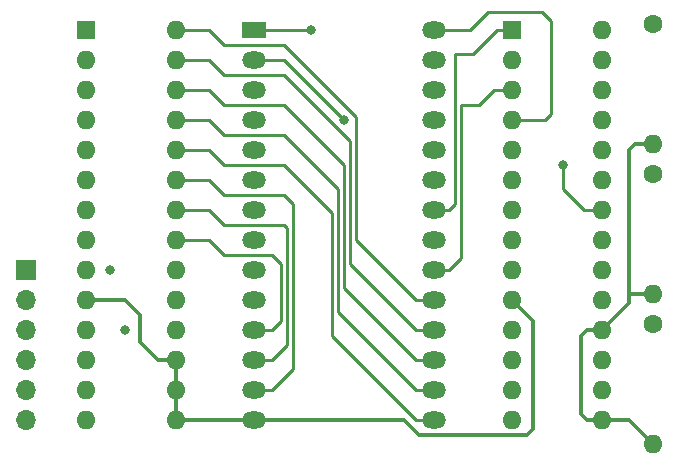
<source format=gbr>
G04 #@! TF.GenerationSoftware,KiCad,Pcbnew,(5.1.8)-1*
G04 #@! TF.CreationDate,2021-11-09T16:08:29-07:00*
G04 #@! TF.ProjectId,SPI 28c256,53504920-3238-4633-9235-362e6b696361,rev?*
G04 #@! TF.SameCoordinates,Original*
G04 #@! TF.FileFunction,Copper,L2,Bot*
G04 #@! TF.FilePolarity,Positive*
%FSLAX46Y46*%
G04 Gerber Fmt 4.6, Leading zero omitted, Abs format (unit mm)*
G04 Created by KiCad (PCBNEW (5.1.8)-1) date 2021-11-09 16:08:29*
%MOMM*%
%LPD*%
G01*
G04 APERTURE LIST*
G04 #@! TA.AperFunction,ComponentPad*
%ADD10O,1.700000X1.700000*%
G04 #@! TD*
G04 #@! TA.AperFunction,ComponentPad*
%ADD11R,1.700000X1.700000*%
G04 #@! TD*
G04 #@! TA.AperFunction,ComponentPad*
%ADD12O,1.600000X1.600000*%
G04 #@! TD*
G04 #@! TA.AperFunction,ComponentPad*
%ADD13R,1.600000X1.600000*%
G04 #@! TD*
G04 #@! TA.AperFunction,ComponentPad*
%ADD14C,1.600000*%
G04 #@! TD*
G04 #@! TA.AperFunction,ComponentPad*
%ADD15R,2.000000X1.440000*%
G04 #@! TD*
G04 #@! TA.AperFunction,ComponentPad*
%ADD16O,2.000000X1.440000*%
G04 #@! TD*
G04 #@! TA.AperFunction,ViaPad*
%ADD17C,0.800000*%
G04 #@! TD*
G04 #@! TA.AperFunction,Conductor*
%ADD18C,0.330200*%
G04 #@! TD*
G04 #@! TA.AperFunction,Conductor*
%ADD19C,0.250000*%
G04 #@! TD*
G04 APERTURE END LIST*
D10*
G04 #@! TO.P,J1,6*
G04 #@! TO.N,/SO*
X175768000Y-130302000D03*
G04 #@! TO.P,J1,5*
G04 #@! TO.N,/SI*
X175768000Y-127762000D03*
G04 #@! TO.P,J1,4*
G04 #@! TO.N,/SCK*
X175768000Y-125222000D03*
G04 #@! TO.P,J1,3*
G04 #@! TO.N,/CS*
X175768000Y-122682000D03*
G04 #@! TO.P,J1,2*
G04 #@! TO.N,/GND*
X175768000Y-120142000D03*
D11*
G04 #@! TO.P,J1,1*
G04 #@! TO.N,/5+*
X175768000Y-117602000D03*
G04 #@! TD*
D12*
G04 #@! TO.P,U0,28*
G04 #@! TO.N,/D7*
X188468000Y-97282000D03*
G04 #@! TO.P,U0,14*
G04 #@! TO.N,/SO*
X180848000Y-130302000D03*
G04 #@! TO.P,U0,27*
G04 #@! TO.N,/D6*
X188468000Y-99822000D03*
G04 #@! TO.P,U0,13*
G04 #@! TO.N,/SI*
X180848000Y-127762000D03*
G04 #@! TO.P,U0,26*
G04 #@! TO.N,/D5*
X188468000Y-102362000D03*
G04 #@! TO.P,U0,12*
G04 #@! TO.N,/SCK*
X180848000Y-125222000D03*
G04 #@! TO.P,U0,25*
G04 #@! TO.N,/D4*
X188468000Y-104902000D03*
G04 #@! TO.P,U0,11*
G04 #@! TO.N,/CS*
X180848000Y-122682000D03*
G04 #@! TO.P,U0,24*
G04 #@! TO.N,/D3*
X188468000Y-107442000D03*
G04 #@! TO.P,U0,10*
G04 #@! TO.N,/GND*
X180848000Y-120142000D03*
G04 #@! TO.P,U0,23*
G04 #@! TO.N,/D2*
X188468000Y-109982000D03*
G04 #@! TO.P,U0,9*
G04 #@! TO.N,/5+*
X180848000Y-117602000D03*
G04 #@! TO.P,U0,22*
G04 #@! TO.N,/D1*
X188468000Y-112522000D03*
G04 #@! TO.P,U0,8*
G04 #@! TO.N,/A7*
X180848000Y-115062000D03*
G04 #@! TO.P,U0,21*
G04 #@! TO.N,/D0*
X188468000Y-115062000D03*
G04 #@! TO.P,U0,7*
G04 #@! TO.N,/A6*
X180848000Y-112522000D03*
G04 #@! TO.P,U0,20*
G04 #@! TO.N,Net-(U0-Pad20)*
X188468000Y-117602000D03*
G04 #@! TO.P,U0,6*
G04 #@! TO.N,/A5*
X180848000Y-109982000D03*
G04 #@! TO.P,U0,19*
G04 #@! TO.N,Net-(U0-Pad19)*
X188468000Y-120142000D03*
G04 #@! TO.P,U0,5*
G04 #@! TO.N,/A4*
X180848000Y-107442000D03*
G04 #@! TO.P,U0,18*
G04 #@! TO.N,/5+*
X188468000Y-122682000D03*
G04 #@! TO.P,U0,4*
G04 #@! TO.N,/A3*
X180848000Y-104902000D03*
G04 #@! TO.P,U0,17*
G04 #@! TO.N,/GND*
X188468000Y-125222000D03*
G04 #@! TO.P,U0,3*
G04 #@! TO.N,/A2*
X180848000Y-102362000D03*
G04 #@! TO.P,U0,16*
G04 #@! TO.N,/GND*
X188468000Y-127762000D03*
G04 #@! TO.P,U0,2*
G04 #@! TO.N,/A1*
X180848000Y-99822000D03*
G04 #@! TO.P,U0,15*
G04 #@! TO.N,/GND*
X188468000Y-130302000D03*
D13*
G04 #@! TO.P,U0,1*
G04 #@! TO.N,/A0*
X180848000Y-97282000D03*
G04 #@! TD*
G04 #@! TO.P,U1,1*
G04 #@! TO.N,/RD*
X216916000Y-97282000D03*
D12*
G04 #@! TO.P,U1,15*
G04 #@! TO.N,/5+*
X224536000Y-130302000D03*
G04 #@! TO.P,U1,2*
G04 #@! TO.N,/WR*
X216916000Y-99822000D03*
G04 #@! TO.P,U1,16*
G04 #@! TO.N,/GND*
X224536000Y-127762000D03*
G04 #@! TO.P,U1,3*
G04 #@! TO.N,/CS_M*
X216916000Y-102362000D03*
G04 #@! TO.P,U1,17*
G04 #@! TO.N,/GND*
X224536000Y-125222000D03*
G04 #@! TO.P,U1,4*
G04 #@! TO.N,/POWER_EN*
X216916000Y-104902000D03*
G04 #@! TO.P,U1,18*
G04 #@! TO.N,/5+*
X224536000Y-122682000D03*
G04 #@! TO.P,U1,5*
G04 #@! TO.N,Net-(U1-Pad5)*
X216916000Y-107442000D03*
G04 #@! TO.P,U1,19*
G04 #@! TO.N,Net-(U1-Pad19)*
X224536000Y-120142000D03*
G04 #@! TO.P,U1,6*
G04 #@! TO.N,Net-(U1-Pad6)*
X216916000Y-109982000D03*
G04 #@! TO.P,U1,20*
G04 #@! TO.N,Net-(U1-Pad20)*
X224536000Y-117602000D03*
G04 #@! TO.P,U1,7*
G04 #@! TO.N,Net-(U1-Pad7)*
X216916000Y-112522000D03*
G04 #@! TO.P,U1,21*
G04 #@! TO.N,/A8*
X224536000Y-115062000D03*
G04 #@! TO.P,U1,8*
G04 #@! TO.N,Net-(U1-Pad8)*
X216916000Y-115062000D03*
G04 #@! TO.P,U1,22*
G04 #@! TO.N,/A9*
X224536000Y-112522000D03*
G04 #@! TO.P,U1,9*
G04 #@! TO.N,/5+*
X216916000Y-117602000D03*
G04 #@! TO.P,U1,23*
G04 #@! TO.N,/A10*
X224536000Y-109982000D03*
G04 #@! TO.P,U1,10*
G04 #@! TO.N,/GND*
X216916000Y-120142000D03*
G04 #@! TO.P,U1,24*
G04 #@! TO.N,/A11*
X224536000Y-107442000D03*
G04 #@! TO.P,U1,11*
G04 #@! TO.N,/CS*
X216916000Y-122682000D03*
G04 #@! TO.P,U1,25*
G04 #@! TO.N,/A12*
X224536000Y-104902000D03*
G04 #@! TO.P,U1,12*
G04 #@! TO.N,/SCK*
X216916000Y-125222000D03*
G04 #@! TO.P,U1,26*
G04 #@! TO.N,/A13*
X224536000Y-102362000D03*
G04 #@! TO.P,U1,13*
G04 #@! TO.N,/SI*
X216916000Y-127762000D03*
G04 #@! TO.P,U1,27*
G04 #@! TO.N,/A14*
X224536000Y-99822000D03*
G04 #@! TO.P,U1,14*
G04 #@! TO.N,/SO*
X216916000Y-130302000D03*
G04 #@! TO.P,U1,28*
G04 #@! TO.N,Net-(U1-Pad28)*
X224536000Y-97282000D03*
G04 #@! TD*
D14*
G04 #@! TO.P,R1,1*
G04 #@! TO.N,/CS_M*
X228854000Y-122174000D03*
D12*
G04 #@! TO.P,R1,2*
G04 #@! TO.N,/5+*
X228854000Y-132334000D03*
G04 #@! TD*
G04 #@! TO.P,R2,2*
G04 #@! TO.N,/5+*
X228854000Y-106934000D03*
D14*
G04 #@! TO.P,R2,1*
G04 #@! TO.N,/RD*
X228854000Y-96774000D03*
G04 #@! TD*
G04 #@! TO.P,R3,1*
G04 #@! TO.N,/WR*
X228854000Y-109474000D03*
D12*
G04 #@! TO.P,R3,2*
G04 #@! TO.N,/5+*
X228854000Y-119634000D03*
G04 #@! TD*
D15*
G04 #@! TO.P,U2,1*
G04 #@! TO.N,/A14*
X195072000Y-97282000D03*
D16*
G04 #@! TO.P,U2,28*
G04 #@! TO.N,/POWER_EN*
X210312000Y-97282000D03*
G04 #@! TO.P,U2,2*
G04 #@! TO.N,/A12*
X195072000Y-99822000D03*
G04 #@! TO.P,U2,27*
G04 #@! TO.N,/WR*
X210312000Y-99822000D03*
G04 #@! TO.P,U2,3*
G04 #@! TO.N,/A7*
X195072000Y-102362000D03*
G04 #@! TO.P,U2,26*
G04 #@! TO.N,/A13*
X210312000Y-102362000D03*
G04 #@! TO.P,U2,4*
G04 #@! TO.N,/A6*
X195072000Y-104902000D03*
G04 #@! TO.P,U2,25*
G04 #@! TO.N,/A8*
X210312000Y-104902000D03*
G04 #@! TO.P,U2,5*
G04 #@! TO.N,/A5*
X195072000Y-107442000D03*
G04 #@! TO.P,U2,24*
G04 #@! TO.N,/A9*
X210312000Y-107442000D03*
G04 #@! TO.P,U2,6*
G04 #@! TO.N,/A4*
X195072000Y-109982000D03*
G04 #@! TO.P,U2,23*
G04 #@! TO.N,/A11*
X210312000Y-109982000D03*
G04 #@! TO.P,U2,7*
G04 #@! TO.N,/A3*
X195072000Y-112522000D03*
G04 #@! TO.P,U2,22*
G04 #@! TO.N,/RD*
X210312000Y-112522000D03*
G04 #@! TO.P,U2,8*
G04 #@! TO.N,/A2*
X195072000Y-115062000D03*
G04 #@! TO.P,U2,21*
G04 #@! TO.N,/A10*
X210312000Y-115062000D03*
G04 #@! TO.P,U2,9*
G04 #@! TO.N,/A1*
X195072000Y-117602000D03*
G04 #@! TO.P,U2,20*
G04 #@! TO.N,/CS_M*
X210312000Y-117602000D03*
G04 #@! TO.P,U2,10*
G04 #@! TO.N,/A0*
X195072000Y-120142000D03*
G04 #@! TO.P,U2,19*
G04 #@! TO.N,/D7*
X210312000Y-120142000D03*
G04 #@! TO.P,U2,11*
G04 #@! TO.N,/D0*
X195072000Y-122682000D03*
G04 #@! TO.P,U2,18*
G04 #@! TO.N,/D6*
X210312000Y-122682000D03*
G04 #@! TO.P,U2,12*
G04 #@! TO.N,/D1*
X195072000Y-125222000D03*
G04 #@! TO.P,U2,17*
G04 #@! TO.N,/D5*
X210312000Y-125222000D03*
G04 #@! TO.P,U2,13*
G04 #@! TO.N,/D2*
X195072000Y-127762000D03*
G04 #@! TO.P,U2,16*
G04 #@! TO.N,/D4*
X210312000Y-127762000D03*
G04 #@! TO.P,U2,14*
G04 #@! TO.N,/GND*
X195072000Y-130302000D03*
G04 #@! TO.P,U2,15*
G04 #@! TO.N,/D3*
X210312000Y-130302000D03*
G04 #@! TD*
D17*
G04 #@! TO.N,/5+*
X182880000Y-117602000D03*
X184150000Y-122682000D03*
G04 #@! TO.N,/A9*
X221234000Y-108712000D03*
G04 #@! TO.N,/A12*
X202692000Y-104902000D03*
G04 #@! TO.N,/A14*
X199898000Y-97282000D03*
G04 #@! TD*
D18*
G04 #@! TO.N,/5+*
X223266000Y-130302000D02*
X224536000Y-130302000D01*
X222758000Y-129794000D02*
X223266000Y-130302000D01*
X222758000Y-123190000D02*
X222758000Y-129794000D01*
X223266000Y-122682000D02*
X222758000Y-123190000D01*
X224536000Y-122682000D02*
X223266000Y-122682000D01*
X228854000Y-106934000D02*
X227330000Y-106934000D01*
X227330000Y-106934000D02*
X226822000Y-107442000D01*
X226822000Y-120396000D02*
X224536000Y-122682000D01*
X226822000Y-119634000D02*
X228854000Y-119634000D01*
X226822000Y-107442000D02*
X226822000Y-119634000D01*
X226822000Y-119634000D02*
X226822000Y-120396000D01*
X226822000Y-130302000D02*
X228854000Y-132334000D01*
X224536000Y-130302000D02*
X226822000Y-130302000D01*
G04 #@! TO.N,/GND*
X188468000Y-130302000D02*
X195072000Y-130302000D01*
X188468000Y-125222000D02*
X188468000Y-130302000D01*
X218694000Y-131064000D02*
X218694000Y-121920000D01*
X218186000Y-131572000D02*
X218694000Y-131064000D01*
X209042000Y-131572000D02*
X218186000Y-131572000D01*
X207772000Y-130302000D02*
X209042000Y-131572000D01*
X218694000Y-121920000D02*
X216916000Y-120142000D01*
X195072000Y-130302000D02*
X207772000Y-130302000D01*
X186944000Y-125222000D02*
X188468000Y-125222000D01*
X185420000Y-123698000D02*
X186944000Y-125222000D01*
X185420000Y-121412000D02*
X185420000Y-123698000D01*
X184150000Y-120142000D02*
X185420000Y-121412000D01*
X180848000Y-120142000D02*
X184150000Y-120142000D01*
D19*
G04 #@! TO.N,/D7*
X191262000Y-97282000D02*
X188468000Y-97282000D01*
X192532000Y-98552000D02*
X191262000Y-97282000D01*
X197612000Y-98552000D02*
X192532000Y-98552000D01*
X203650010Y-104590010D02*
X197612000Y-98552000D01*
X203650010Y-115004010D02*
X203650010Y-104590010D01*
X208788000Y-120142000D02*
X203650010Y-115004010D01*
X210312000Y-120142000D02*
X208788000Y-120142000D01*
G04 #@! TO.N,/D6*
X208788000Y-122682000D02*
X210312000Y-122682000D01*
X203200000Y-117094000D02*
X208788000Y-122682000D01*
X203200000Y-106680000D02*
X203200000Y-117094000D01*
X197612000Y-101092000D02*
X203200000Y-106680000D01*
X192532000Y-101092000D02*
X197612000Y-101092000D01*
X191262000Y-99822000D02*
X192532000Y-101092000D01*
X188468000Y-99822000D02*
X191262000Y-99822000D01*
G04 #@! TO.N,/D5*
X202692000Y-108712000D02*
X201549000Y-107569000D01*
X202692000Y-119126000D02*
X202692000Y-108712000D01*
X208788000Y-125222000D02*
X202692000Y-119126000D01*
X210312000Y-125222000D02*
X208788000Y-125222000D01*
X201549000Y-107569000D02*
X201676000Y-107696000D01*
X197612000Y-103632000D02*
X201549000Y-107569000D01*
X192532000Y-103632000D02*
X197612000Y-103632000D01*
X191262000Y-102362000D02*
X192532000Y-103632000D01*
X188468000Y-102362000D02*
X191262000Y-102362000D01*
G04 #@! TO.N,/D4*
X208788000Y-127762000D02*
X210312000Y-127762000D01*
X202184000Y-121158000D02*
X208788000Y-127762000D01*
X202184000Y-110744000D02*
X202184000Y-121158000D01*
X197612000Y-106172000D02*
X202184000Y-110744000D01*
X192532000Y-106172000D02*
X197612000Y-106172000D01*
X191262000Y-104902000D02*
X192532000Y-106172000D01*
X188468000Y-104902000D02*
X191262000Y-104902000D01*
G04 #@! TO.N,/D3*
X208788000Y-130302000D02*
X210312000Y-130302000D01*
X201676000Y-123190000D02*
X208788000Y-130302000D01*
X201676000Y-112776000D02*
X201676000Y-123190000D01*
X197612000Y-108712000D02*
X201676000Y-112776000D01*
X192532000Y-108712000D02*
X197612000Y-108712000D01*
X191262000Y-107442000D02*
X192532000Y-108712000D01*
X188468000Y-107442000D02*
X191262000Y-107442000D01*
G04 #@! TO.N,/D2*
X196596000Y-127762000D02*
X195072000Y-127762000D01*
X198374000Y-125984000D02*
X196596000Y-127762000D01*
X198374000Y-112014000D02*
X198374000Y-125984000D01*
X192532000Y-111252000D02*
X197612000Y-111252000D01*
X197612000Y-111252000D02*
X198374000Y-112014000D01*
X191262000Y-109982000D02*
X192532000Y-111252000D01*
X188468000Y-109982000D02*
X191262000Y-109982000D01*
G04 #@! TO.N,/D1*
X197866000Y-123952000D02*
X196596000Y-125222000D01*
X197612000Y-113792000D02*
X197866000Y-114046000D01*
X192532000Y-113792000D02*
X197612000Y-113792000D01*
X191262000Y-112522000D02*
X192532000Y-113792000D01*
X196596000Y-125222000D02*
X195072000Y-125222000D01*
X197866000Y-114046000D02*
X197866000Y-123952000D01*
X188468000Y-112522000D02*
X191262000Y-112522000D01*
G04 #@! TO.N,/D0*
X196596000Y-122682000D02*
X195072000Y-122682000D01*
X197358000Y-121920000D02*
X196596000Y-122682000D01*
X197358000Y-117094000D02*
X197358000Y-121920000D01*
X196596000Y-116332000D02*
X197358000Y-117094000D01*
X192532000Y-116332000D02*
X196596000Y-116332000D01*
X191262000Y-115062000D02*
X192532000Y-116332000D01*
X188468000Y-115062000D02*
X191262000Y-115062000D01*
G04 #@! TO.N,/RD*
X211582000Y-112522000D02*
X210312000Y-112522000D01*
X212090000Y-112014000D02*
X211582000Y-112522000D01*
X212090000Y-99314000D02*
X212090000Y-112014000D01*
X215646000Y-97282000D02*
X213614000Y-99314000D01*
X216916000Y-97282000D02*
X215646000Y-97282000D01*
X212090000Y-99314000D02*
X213614000Y-99314000D01*
G04 #@! TO.N,/A9*
X223012000Y-112522000D02*
X221234000Y-110744000D01*
X221234000Y-110744000D02*
X221234000Y-108712000D01*
X224536000Y-112522000D02*
X223012000Y-112522000D01*
G04 #@! TO.N,/A12*
X195072000Y-99822000D02*
X197612000Y-99822000D01*
X197612000Y-99822000D02*
X202692000Y-104902000D01*
G04 #@! TO.N,/A14*
X199898000Y-97282000D02*
X195072000Y-97282000D01*
G04 #@! TO.N,/CS_M*
X215392000Y-102362000D02*
X216916000Y-102362000D01*
X212598000Y-116586000D02*
X212598000Y-103632000D01*
X211582000Y-117602000D02*
X212598000Y-116586000D01*
X214122000Y-103632000D02*
X215392000Y-102362000D01*
X210312000Y-117602000D02*
X211582000Y-117602000D01*
X212598000Y-103632000D02*
X214122000Y-103632000D01*
G04 #@! TO.N,/POWER_EN*
X210312000Y-97282000D02*
X213360000Y-97282000D01*
X213360000Y-97282000D02*
X214884000Y-95758000D01*
X214884000Y-95758000D02*
X219456000Y-95758000D01*
X219456000Y-95758000D02*
X220218000Y-96520000D01*
X220218000Y-96520000D02*
X220218000Y-104394000D01*
X219710000Y-104902000D02*
X216916000Y-104902000D01*
X220218000Y-104394000D02*
X219710000Y-104902000D01*
G04 #@! TD*
M02*

</source>
